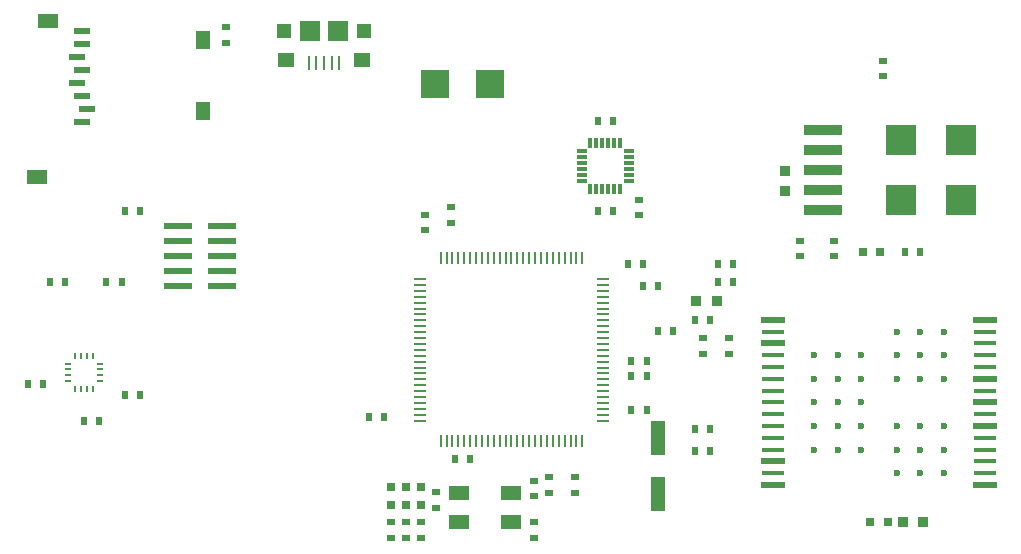
<source format=gbr>
G75*
G70*
%OFA0B0*%
%FSLAX24Y24*%
%IPPOS*%
%LPD*%
%AMOC8*
5,1,8,0,0,1.08239X$1,22.5*
%
%ADD10C,0.0236*%
%ADD11R,0.0727X0.0140*%
%ADD12R,0.0787X0.0197*%
%ADD13R,0.0058X0.0412*%
%ADD14R,0.0412X0.0058*%
%ADD15R,0.0688X0.0491*%
%ADD16R,0.0491X0.0649*%
%ADD17R,0.0531X0.0216*%
%ADD18R,0.0294X0.0216*%
%ADD19R,0.0964X0.0196*%
%ADD20R,0.0216X0.0294*%
%ADD21R,0.0491X0.1121*%
%ADD22R,0.0373X0.0334*%
%ADD23R,0.0255X0.0255*%
%ADD24R,0.1279X0.0334*%
%ADD25R,0.1000X0.1000*%
%ADD26R,0.0334X0.0373*%
%ADD27R,0.0196X0.0050*%
%ADD28R,0.0050X0.0196*%
%ADD29R,0.0335X0.0150*%
%ADD30R,0.0150X0.0335*%
%ADD31R,0.0940X0.0940*%
%ADD32R,0.0570X0.0491*%
%ADD33R,0.0511X0.0452*%
%ADD34R,0.0688X0.0688*%
%ADD35R,0.0097X0.0471*%
D10*
X028447Y009253D03*
X029234Y009253D03*
X030021Y009253D03*
X030021Y010041D03*
X029234Y010041D03*
X028447Y010041D03*
X028447Y010828D03*
X029234Y010828D03*
X030021Y010828D03*
X030021Y011615D03*
X029234Y011615D03*
X028447Y011615D03*
X028447Y012403D03*
X029234Y012403D03*
X030021Y012403D03*
X031202Y012403D03*
X031990Y012403D03*
X032777Y012403D03*
X032777Y011615D03*
X031990Y011615D03*
X031202Y011615D03*
X031202Y010041D03*
X031990Y010041D03*
X032777Y010041D03*
X032777Y009253D03*
X031990Y009253D03*
X031202Y009253D03*
X031202Y008466D03*
X031990Y008466D03*
X032777Y008466D03*
X032777Y013190D03*
X031990Y013190D03*
X031202Y013190D03*
D11*
X034155Y013190D03*
X034155Y012796D03*
X034155Y012403D03*
X034155Y012009D03*
X034155Y011222D03*
X034155Y010434D03*
X034155Y009647D03*
X034155Y009253D03*
X034155Y008859D03*
X034155Y008466D03*
X027069Y008466D03*
X027069Y009253D03*
X027069Y009647D03*
X027069Y010041D03*
X027069Y010434D03*
X027069Y010828D03*
X027069Y011222D03*
X027069Y011615D03*
X027069Y012009D03*
X027069Y012403D03*
X027069Y013190D03*
D12*
X027071Y013584D03*
X027071Y012796D03*
X027071Y008859D03*
X027071Y008072D03*
X034153Y008072D03*
X034153Y010041D03*
X034153Y010828D03*
X034153Y011615D03*
X034153Y013584D03*
D13*
X020724Y015629D03*
X020527Y015629D03*
X020330Y015629D03*
X020134Y015629D03*
X019937Y015629D03*
X019740Y015629D03*
X019543Y015629D03*
X019346Y015629D03*
X019149Y015629D03*
X018952Y015629D03*
X018756Y015629D03*
X018559Y015629D03*
X018362Y015629D03*
X018165Y015629D03*
X017968Y015629D03*
X017771Y015629D03*
X017574Y015629D03*
X017378Y015629D03*
X017181Y015629D03*
X016984Y015629D03*
X016787Y015629D03*
X016590Y015629D03*
X016393Y015629D03*
X016197Y015629D03*
X016000Y015629D03*
X016000Y009527D03*
X016197Y009527D03*
X016393Y009527D03*
X016590Y009527D03*
X016787Y009527D03*
X016984Y009527D03*
X017181Y009527D03*
X017378Y009527D03*
X017574Y009527D03*
X017771Y009527D03*
X017968Y009527D03*
X018165Y009527D03*
X018362Y009527D03*
X018559Y009527D03*
X018756Y009527D03*
X018952Y009527D03*
X019149Y009527D03*
X019346Y009527D03*
X019543Y009527D03*
X019740Y009527D03*
X019937Y009527D03*
X020134Y009527D03*
X020330Y009527D03*
X020527Y009527D03*
X020724Y009527D03*
D14*
X021413Y010209D03*
X021413Y010413D03*
X021413Y010616D03*
X021413Y010806D03*
X021413Y011003D03*
X021413Y011200D03*
X021413Y011397D03*
X021413Y011594D03*
X021413Y011791D03*
X021413Y011987D03*
X021413Y012184D03*
X021413Y012381D03*
X021413Y012578D03*
X021413Y012775D03*
X021413Y012972D03*
X021413Y013169D03*
X021413Y013365D03*
X021413Y013562D03*
X021413Y013759D03*
X021413Y013956D03*
X021413Y014153D03*
X021413Y014350D03*
X021413Y014546D03*
X021413Y014743D03*
X021413Y014940D03*
X015311Y014940D03*
X015311Y014743D03*
X015311Y014546D03*
X015311Y014350D03*
X015311Y014153D03*
X015311Y013956D03*
X015311Y013759D03*
X015311Y013562D03*
X015311Y013365D03*
X015311Y013169D03*
X015311Y012972D03*
X015311Y012775D03*
X015311Y012578D03*
X015311Y012381D03*
X015311Y012184D03*
X015311Y011987D03*
X015311Y011791D03*
X015311Y011594D03*
X015311Y011397D03*
X015311Y011200D03*
X015311Y011003D03*
X015311Y010806D03*
X015311Y010609D03*
X015311Y010413D03*
X015311Y010216D03*
D15*
X016621Y007800D03*
X016621Y006856D03*
X018353Y006856D03*
X018353Y007800D03*
X002552Y018349D03*
X002906Y023546D03*
D16*
X008064Y022916D03*
X008064Y020553D03*
D17*
X004205Y020593D03*
X004048Y020160D03*
X004048Y021026D03*
X003890Y021459D03*
X004048Y021892D03*
X003890Y022325D03*
X004048Y022758D03*
X004048Y023191D03*
D18*
X014362Y006322D03*
X014862Y006322D03*
X015362Y006322D03*
X015362Y006834D03*
X014862Y006834D03*
X014362Y006834D03*
X015862Y007322D03*
X015862Y007834D03*
X019112Y007697D03*
X019612Y007822D03*
X019612Y008334D03*
X019112Y008209D03*
X020487Y008334D03*
X020487Y007822D03*
X019112Y006834D03*
X019112Y006322D03*
X024737Y012447D03*
X024737Y012959D03*
X025612Y012959D03*
X025612Y012447D03*
X027987Y015697D03*
X027987Y016209D03*
X029112Y016209D03*
X029112Y015697D03*
X022612Y017072D03*
X022612Y017584D03*
X016362Y017334D03*
X016362Y016822D03*
X015487Y016572D03*
X015487Y017084D03*
X008862Y022822D03*
X008862Y023334D03*
X030737Y022209D03*
X030737Y021697D03*
D19*
X008715Y016703D03*
X008715Y016203D03*
X008715Y015703D03*
X008715Y015203D03*
X008715Y014703D03*
X007259Y014703D03*
X007259Y015203D03*
X007259Y015703D03*
X007259Y016203D03*
X007259Y016703D03*
D20*
X005993Y017203D03*
X005481Y017203D03*
X005368Y014828D03*
X004856Y014828D03*
X003493Y014828D03*
X002981Y014828D03*
X002743Y011453D03*
X002231Y011453D03*
X004106Y010203D03*
X004618Y010203D03*
X005481Y011078D03*
X005993Y011078D03*
X013606Y010328D03*
X014118Y010328D03*
X016481Y008953D03*
X016993Y008953D03*
X022356Y010578D03*
X022868Y010578D03*
X024481Y009953D03*
X024993Y009953D03*
X024993Y009203D03*
X024481Y009203D03*
X022868Y011703D03*
X022356Y011703D03*
X022356Y012203D03*
X022868Y012203D03*
X023231Y013203D03*
X023743Y013203D03*
X024481Y013578D03*
X024993Y013578D03*
X025231Y014828D03*
X025743Y014828D03*
X025743Y015453D03*
X025231Y015453D03*
X023243Y014703D03*
X022731Y014703D03*
X022743Y015453D03*
X022231Y015453D03*
X021743Y017203D03*
X021231Y017203D03*
X021231Y020203D03*
X021743Y020203D03*
X031481Y015828D03*
X031993Y015828D03*
D21*
X023237Y009648D03*
X023237Y007758D03*
D22*
X031402Y006828D03*
X032072Y006828D03*
X025197Y014203D03*
X024527Y014203D03*
D23*
X030067Y015828D03*
X030657Y015828D03*
X030907Y006828D03*
X030317Y006828D03*
X015362Y007408D03*
X014862Y007408D03*
X014362Y007408D03*
X014362Y007998D03*
X014862Y007998D03*
X015362Y007998D03*
D24*
X028761Y017239D03*
X028761Y017909D03*
X028761Y018578D03*
X028761Y019247D03*
X028761Y019917D03*
D25*
X031362Y019578D03*
X033362Y019578D03*
X033362Y017578D03*
X031362Y017578D03*
D26*
X027487Y017868D03*
X027487Y018538D03*
D27*
X004651Y012123D03*
X004651Y011926D03*
X004651Y011730D03*
X004651Y011533D03*
X003573Y011533D03*
X003573Y011730D03*
X003573Y011926D03*
X003573Y012123D03*
D28*
X003817Y012367D03*
X004013Y012367D03*
X004210Y012367D03*
X004407Y012367D03*
X004407Y011289D03*
X004210Y011289D03*
X004013Y011289D03*
X003817Y011289D03*
D29*
X020709Y018211D03*
X020709Y018408D03*
X020709Y018605D03*
X020709Y018801D03*
X020709Y018998D03*
X020709Y019195D03*
X022264Y019195D03*
X022264Y018998D03*
X022264Y018801D03*
X022264Y018605D03*
X022264Y018408D03*
X022264Y018211D03*
D30*
X021979Y017925D03*
X021782Y017925D03*
X021585Y017925D03*
X021388Y017925D03*
X021192Y017925D03*
X020995Y017925D03*
X020995Y019481D03*
X021192Y019481D03*
X021388Y019481D03*
X021585Y019481D03*
X021782Y019481D03*
X021979Y019481D03*
D31*
X017662Y021453D03*
X015812Y021453D03*
D32*
X013372Y022238D03*
X010852Y022238D03*
D33*
X010763Y023203D03*
X013460Y023203D03*
D34*
X012584Y023203D03*
X011639Y023203D03*
D35*
X011600Y022150D03*
X011856Y022150D03*
X012112Y022150D03*
X012368Y022150D03*
X012624Y022150D03*
M02*

</source>
